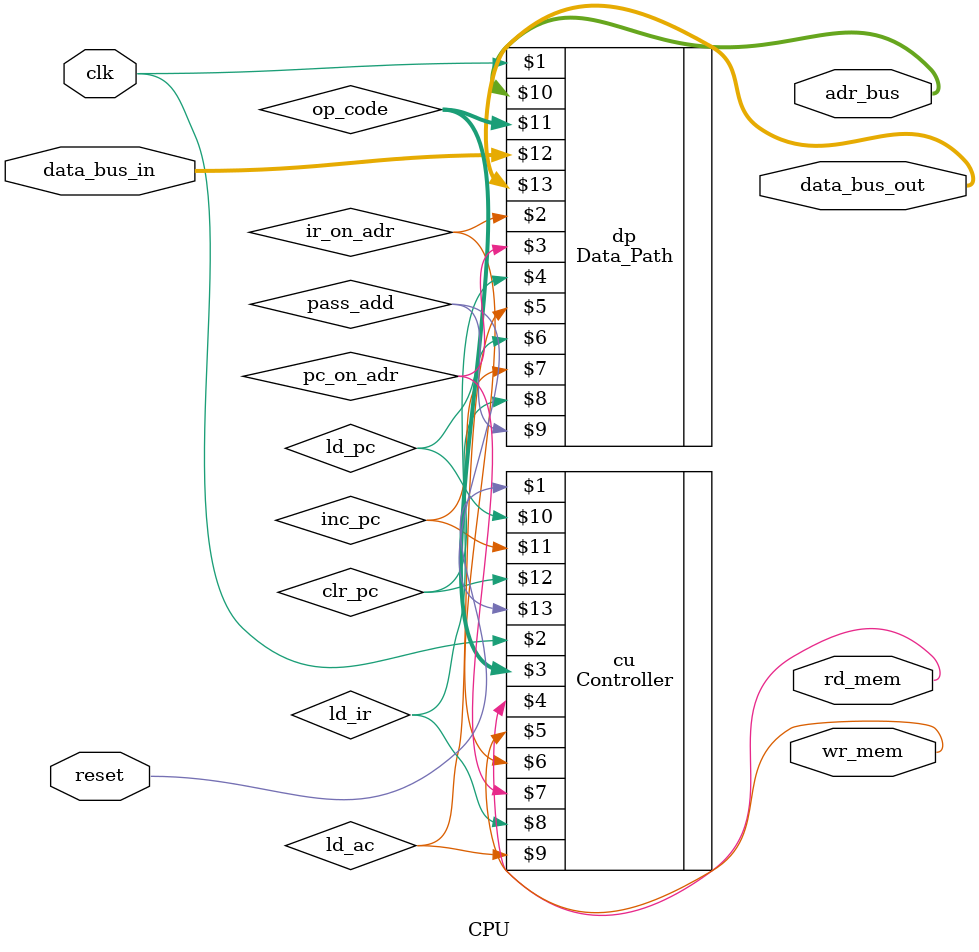
<source format=v>
module CPU( reset, clk, adr_bus, rd_mem, wr_mem, data_bus_in, data_bus_out/*, select*/ );

input reset;
input clk;
//input select;
input [7:0]data_bus_in;
output [5:0]adr_bus;
output rd_mem;
output wr_mem;
output [7:0]data_bus_out;
wire ir_on_adr, pc_on_adr, ld_ir, ld_ac, ld_pc, inc_pc, clr_pc,pass_add;
wire [1:0] op_code;

Controller cu ( reset, clk, op_code, rd_mem, wr_mem, ir_on_adr, 
                pc_on_adr, ld_ir, ld_ac, ld_pc, inc_pc, clr_pc, 
                pass_add );
                
Data_Path dp ( clk, ir_on_adr, pc_on_adr, ld_ir, ld_ac, ld_pc, inc_pc, 
              clr_pc, pass_add, adr_bus, op_code, data_bus_in, 
              data_bus_out/*,select*/ );
   
endmodule







</source>
